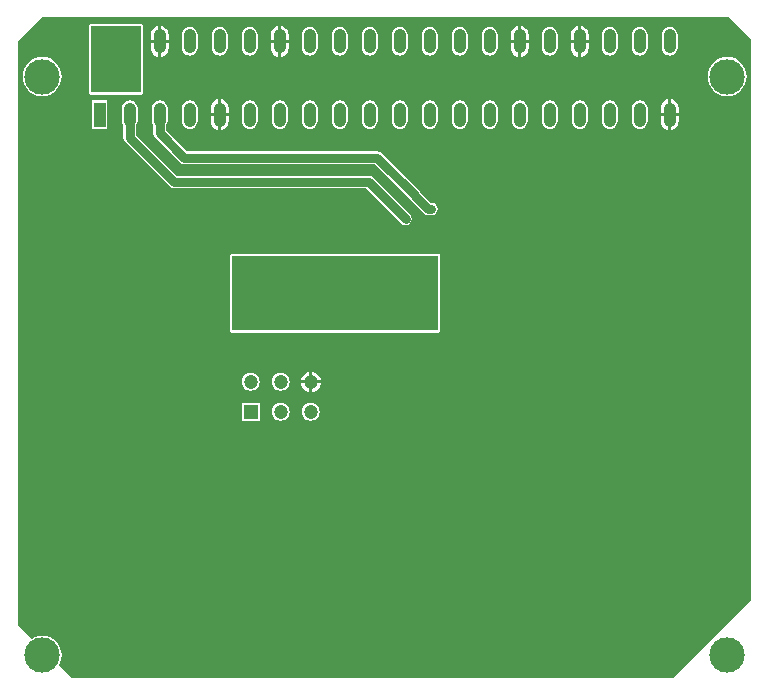
<source format=gbl>
G04*
G04 #@! TF.GenerationSoftware,Altium Limited,Altium Designer,18.0.12 (696)*
G04*
G04 Layer_Physical_Order=2*
G04 Layer_Color=16711680*
%FSAX25Y25*%
%MOIN*%
G70*
G01*
G75*
%ADD44O,0.04016X0.08268*%
%ADD45R,0.04016X0.08268*%
%ADD47C,0.02953*%
%ADD52R,0.16500X0.22400*%
%ADD53C,0.04724*%
%ADD54R,0.04724X0.04724*%
%ADD55C,0.11811*%
%ADD56C,0.02756*%
%ADD57R,0.68800X0.25008*%
G36*
X0263800Y0222274D02*
Y0035000D01*
X0237800Y0009000D01*
X0037500D01*
X0033193Y0013307D01*
X0033680Y0014216D01*
X0034051Y0015442D01*
X0034177Y0016717D01*
X0034051Y0017993D01*
X0033680Y0019219D01*
X0033075Y0020349D01*
X0032263Y0021340D01*
X0031272Y0022153D01*
X0030142Y0022757D01*
X0028916Y0023129D01*
X0027640Y0023254D01*
X0026365Y0023129D01*
X0025139Y0022757D01*
X0024229Y0022271D01*
X0019700Y0026800D01*
Y0221600D01*
X0027700Y0229600D01*
X0256474D01*
X0263800Y0222274D01*
D02*
G37*
%LPC*%
G36*
X0107313Y0226437D02*
Y0221843D01*
X0109847D01*
Y0223469D01*
X0109744Y0224254D01*
X0109441Y0224986D01*
X0108959Y0225615D01*
X0108330Y0226097D01*
X0107599Y0226400D01*
X0107313Y0226437D01*
D02*
G37*
G36*
X0067313D02*
Y0221843D01*
X0069847D01*
Y0223469D01*
X0069744Y0224254D01*
X0069441Y0224986D01*
X0068959Y0225615D01*
X0068330Y0226097D01*
X0067599Y0226400D01*
X0067313Y0226437D01*
D02*
G37*
G36*
X0106313D02*
X0106028Y0226400D01*
X0105297Y0226097D01*
X0104668Y0225615D01*
X0104186Y0224986D01*
X0103883Y0224254D01*
X0103780Y0223469D01*
Y0221843D01*
X0106313D01*
Y0226437D01*
D02*
G37*
G36*
X0066313D02*
X0066028Y0226400D01*
X0065297Y0226097D01*
X0064668Y0225615D01*
X0064186Y0224986D01*
X0063883Y0224254D01*
X0063780Y0223469D01*
Y0221843D01*
X0066313D01*
Y0226437D01*
D02*
G37*
G36*
X0207313Y0226437D02*
Y0221843D01*
X0209847D01*
Y0223469D01*
X0209744Y0224254D01*
X0209441Y0224986D01*
X0208959Y0225615D01*
X0208330Y0226097D01*
X0207599Y0226400D01*
X0207313Y0226437D01*
D02*
G37*
G36*
X0187313D02*
Y0221843D01*
X0189847D01*
Y0223469D01*
X0189744Y0224254D01*
X0189441Y0224986D01*
X0188959Y0225615D01*
X0188330Y0226097D01*
X0187599Y0226400D01*
X0187313Y0226437D01*
D02*
G37*
G36*
X0186313Y0226437D02*
X0186028Y0226400D01*
X0185296Y0226097D01*
X0184668Y0225615D01*
X0184186Y0224986D01*
X0183883Y0224254D01*
X0183780Y0223469D01*
Y0221843D01*
X0186313D01*
Y0226437D01*
D02*
G37*
G36*
X0206313D02*
X0206028Y0226400D01*
X0205296Y0226097D01*
X0204668Y0225615D01*
X0204186Y0224986D01*
X0203883Y0224254D01*
X0203780Y0223469D01*
Y0221843D01*
X0206313D01*
Y0226437D01*
D02*
G37*
G36*
X0236813Y0226100D02*
X0236133Y0226010D01*
X0235498Y0225747D01*
X0234953Y0225329D01*
X0234535Y0224784D01*
X0234273Y0224150D01*
X0234183Y0223469D01*
Y0219217D01*
X0234273Y0218536D01*
X0234535Y0217902D01*
X0234953Y0217357D01*
X0235498Y0216939D01*
X0236133Y0216677D01*
X0236813Y0216587D01*
X0237494Y0216677D01*
X0238129Y0216939D01*
X0238673Y0217357D01*
X0239091Y0217902D01*
X0239354Y0218536D01*
X0239444Y0219217D01*
Y0223469D01*
X0239354Y0224150D01*
X0239091Y0224784D01*
X0238673Y0225329D01*
X0238129Y0225747D01*
X0237494Y0226010D01*
X0236813Y0226100D01*
D02*
G37*
G36*
X0226813D02*
X0226133Y0226010D01*
X0225498Y0225747D01*
X0224953Y0225329D01*
X0224535Y0224784D01*
X0224273Y0224150D01*
X0224183Y0223469D01*
Y0219217D01*
X0224273Y0218536D01*
X0224535Y0217902D01*
X0224953Y0217357D01*
X0225498Y0216939D01*
X0226133Y0216677D01*
X0226813Y0216587D01*
X0227494Y0216677D01*
X0228129Y0216939D01*
X0228673Y0217357D01*
X0229091Y0217902D01*
X0229354Y0218536D01*
X0229444Y0219217D01*
Y0223469D01*
X0229354Y0224150D01*
X0229091Y0224784D01*
X0228673Y0225329D01*
X0228129Y0225747D01*
X0227494Y0226010D01*
X0226813Y0226100D01*
D02*
G37*
G36*
X0216813D02*
X0216133Y0226010D01*
X0215498Y0225747D01*
X0214953Y0225329D01*
X0214535Y0224784D01*
X0214273Y0224150D01*
X0214183Y0223469D01*
Y0219217D01*
X0214273Y0218536D01*
X0214535Y0217902D01*
X0214953Y0217357D01*
X0215498Y0216939D01*
X0216133Y0216677D01*
X0216813Y0216587D01*
X0217494Y0216677D01*
X0218129Y0216939D01*
X0218673Y0217357D01*
X0219091Y0217902D01*
X0219354Y0218536D01*
X0219444Y0219217D01*
Y0223469D01*
X0219354Y0224150D01*
X0219091Y0224784D01*
X0218673Y0225329D01*
X0218129Y0225747D01*
X0217494Y0226010D01*
X0216813Y0226100D01*
D02*
G37*
G36*
X0196813D02*
X0196133Y0226010D01*
X0195498Y0225747D01*
X0194953Y0225329D01*
X0194535Y0224784D01*
X0194273Y0224150D01*
X0194183Y0223469D01*
Y0219217D01*
X0194273Y0218536D01*
X0194535Y0217902D01*
X0194953Y0217357D01*
X0195498Y0216939D01*
X0196133Y0216677D01*
X0196813Y0216587D01*
X0197494Y0216677D01*
X0198129Y0216939D01*
X0198673Y0217357D01*
X0199091Y0217902D01*
X0199354Y0218536D01*
X0199444Y0219217D01*
Y0223469D01*
X0199354Y0224150D01*
X0199091Y0224784D01*
X0198673Y0225329D01*
X0198129Y0225747D01*
X0197494Y0226010D01*
X0196813Y0226100D01*
D02*
G37*
G36*
X0176813D02*
X0176133Y0226010D01*
X0175498Y0225747D01*
X0174953Y0225329D01*
X0174535Y0224784D01*
X0174273Y0224150D01*
X0174183Y0223469D01*
Y0219217D01*
X0174273Y0218536D01*
X0174535Y0217902D01*
X0174953Y0217357D01*
X0175498Y0216939D01*
X0176133Y0216677D01*
X0176813Y0216587D01*
X0177494Y0216677D01*
X0178129Y0216939D01*
X0178673Y0217357D01*
X0179091Y0217902D01*
X0179354Y0218536D01*
X0179444Y0219217D01*
Y0223469D01*
X0179354Y0224150D01*
X0179091Y0224784D01*
X0178673Y0225329D01*
X0178129Y0225747D01*
X0177494Y0226010D01*
X0176813Y0226100D01*
D02*
G37*
G36*
X0166813D02*
X0166133Y0226010D01*
X0165498Y0225747D01*
X0164953Y0225329D01*
X0164535Y0224784D01*
X0164273Y0224150D01*
X0164183Y0223469D01*
Y0219217D01*
X0164273Y0218536D01*
X0164535Y0217902D01*
X0164953Y0217357D01*
X0165498Y0216939D01*
X0166133Y0216677D01*
X0166813Y0216587D01*
X0167494Y0216677D01*
X0168129Y0216939D01*
X0168673Y0217357D01*
X0169091Y0217902D01*
X0169354Y0218536D01*
X0169444Y0219217D01*
Y0223469D01*
X0169354Y0224150D01*
X0169091Y0224784D01*
X0168673Y0225329D01*
X0168129Y0225747D01*
X0167494Y0226010D01*
X0166813Y0226100D01*
D02*
G37*
G36*
X0156813D02*
X0156133Y0226010D01*
X0155498Y0225747D01*
X0154953Y0225329D01*
X0154535Y0224784D01*
X0154273Y0224150D01*
X0154183Y0223469D01*
Y0219217D01*
X0154273Y0218536D01*
X0154535Y0217902D01*
X0154953Y0217357D01*
X0155498Y0216939D01*
X0156133Y0216677D01*
X0156813Y0216587D01*
X0157494Y0216677D01*
X0158129Y0216939D01*
X0158673Y0217357D01*
X0159091Y0217902D01*
X0159354Y0218536D01*
X0159444Y0219217D01*
Y0223469D01*
X0159354Y0224150D01*
X0159091Y0224784D01*
X0158673Y0225329D01*
X0158129Y0225747D01*
X0157494Y0226010D01*
X0156813Y0226100D01*
D02*
G37*
G36*
X0146813D02*
X0146133Y0226010D01*
X0145498Y0225747D01*
X0144953Y0225329D01*
X0144535Y0224784D01*
X0144273Y0224150D01*
X0144183Y0223469D01*
Y0219217D01*
X0144273Y0218536D01*
X0144535Y0217902D01*
X0144953Y0217357D01*
X0145498Y0216939D01*
X0146133Y0216677D01*
X0146813Y0216587D01*
X0147494Y0216677D01*
X0148129Y0216939D01*
X0148673Y0217357D01*
X0149091Y0217902D01*
X0149354Y0218536D01*
X0149444Y0219217D01*
Y0223469D01*
X0149354Y0224150D01*
X0149091Y0224784D01*
X0148673Y0225329D01*
X0148129Y0225747D01*
X0147494Y0226010D01*
X0146813Y0226100D01*
D02*
G37*
G36*
X0136813D02*
X0136133Y0226010D01*
X0135498Y0225747D01*
X0134953Y0225329D01*
X0134535Y0224784D01*
X0134273Y0224150D01*
X0134183Y0223469D01*
Y0219217D01*
X0134273Y0218536D01*
X0134535Y0217902D01*
X0134953Y0217357D01*
X0135498Y0216939D01*
X0136133Y0216677D01*
X0136813Y0216587D01*
X0137494Y0216677D01*
X0138129Y0216939D01*
X0138673Y0217357D01*
X0139091Y0217902D01*
X0139354Y0218536D01*
X0139444Y0219217D01*
Y0223469D01*
X0139354Y0224150D01*
X0139091Y0224784D01*
X0138673Y0225329D01*
X0138129Y0225747D01*
X0137494Y0226010D01*
X0136813Y0226100D01*
D02*
G37*
G36*
X0126813D02*
X0126133Y0226010D01*
X0125498Y0225747D01*
X0124953Y0225329D01*
X0124535Y0224784D01*
X0124273Y0224150D01*
X0124183Y0223469D01*
Y0219217D01*
X0124273Y0218536D01*
X0124535Y0217902D01*
X0124953Y0217357D01*
X0125498Y0216939D01*
X0126133Y0216677D01*
X0126813Y0216587D01*
X0127494Y0216677D01*
X0128129Y0216939D01*
X0128673Y0217357D01*
X0129091Y0217902D01*
X0129354Y0218536D01*
X0129444Y0219217D01*
Y0223469D01*
X0129354Y0224150D01*
X0129091Y0224784D01*
X0128673Y0225329D01*
X0128129Y0225747D01*
X0127494Y0226010D01*
X0126813Y0226100D01*
D02*
G37*
G36*
X0116813D02*
X0116133Y0226010D01*
X0115498Y0225747D01*
X0114953Y0225329D01*
X0114535Y0224784D01*
X0114273Y0224150D01*
X0114183Y0223469D01*
Y0219217D01*
X0114273Y0218536D01*
X0114535Y0217902D01*
X0114953Y0217357D01*
X0115498Y0216939D01*
X0116133Y0216677D01*
X0116813Y0216587D01*
X0117494Y0216677D01*
X0118129Y0216939D01*
X0118673Y0217357D01*
X0119091Y0217902D01*
X0119354Y0218536D01*
X0119444Y0219217D01*
Y0223469D01*
X0119354Y0224150D01*
X0119091Y0224784D01*
X0118673Y0225329D01*
X0118129Y0225747D01*
X0117494Y0226010D01*
X0116813Y0226100D01*
D02*
G37*
G36*
X0096813D02*
X0096133Y0226010D01*
X0095498Y0225747D01*
X0094953Y0225329D01*
X0094535Y0224784D01*
X0094273Y0224150D01*
X0094183Y0223469D01*
Y0219217D01*
X0094273Y0218536D01*
X0094535Y0217902D01*
X0094953Y0217357D01*
X0095498Y0216939D01*
X0096133Y0216677D01*
X0096813Y0216587D01*
X0097494Y0216677D01*
X0098129Y0216939D01*
X0098673Y0217357D01*
X0099091Y0217902D01*
X0099354Y0218536D01*
X0099444Y0219217D01*
Y0223469D01*
X0099354Y0224150D01*
X0099091Y0224784D01*
X0098673Y0225329D01*
X0098129Y0225747D01*
X0097494Y0226010D01*
X0096813Y0226100D01*
D02*
G37*
G36*
X0086813D02*
X0086133Y0226010D01*
X0085498Y0225747D01*
X0084953Y0225329D01*
X0084535Y0224784D01*
X0084273Y0224150D01*
X0084183Y0223469D01*
Y0219217D01*
X0084273Y0218536D01*
X0084535Y0217902D01*
X0084953Y0217357D01*
X0085498Y0216939D01*
X0086133Y0216677D01*
X0086813Y0216587D01*
X0087494Y0216677D01*
X0088129Y0216939D01*
X0088673Y0217357D01*
X0089091Y0217902D01*
X0089354Y0218536D01*
X0089444Y0219217D01*
Y0223469D01*
X0089354Y0224150D01*
X0089091Y0224784D01*
X0088673Y0225329D01*
X0088129Y0225747D01*
X0087494Y0226010D01*
X0086813Y0226100D01*
D02*
G37*
G36*
X0076813D02*
X0076133Y0226010D01*
X0075498Y0225747D01*
X0074953Y0225329D01*
X0074535Y0224784D01*
X0074273Y0224150D01*
X0074183Y0223469D01*
Y0219217D01*
X0074273Y0218536D01*
X0074535Y0217902D01*
X0074953Y0217357D01*
X0075498Y0216939D01*
X0076133Y0216677D01*
X0076813Y0216587D01*
X0077494Y0216677D01*
X0078129Y0216939D01*
X0078673Y0217357D01*
X0079091Y0217902D01*
X0079354Y0218536D01*
X0079444Y0219217D01*
Y0223469D01*
X0079354Y0224150D01*
X0079091Y0224784D01*
X0078673Y0225329D01*
X0078129Y0225747D01*
X0077494Y0226010D01*
X0076813Y0226100D01*
D02*
G37*
G36*
X0209847Y0220843D02*
X0207313D01*
Y0216249D01*
X0207599Y0216287D01*
X0208330Y0216590D01*
X0208959Y0217072D01*
X0209441Y0217700D01*
X0209744Y0218432D01*
X0209847Y0219217D01*
Y0220843D01*
D02*
G37*
G36*
X0189847D02*
X0187313D01*
Y0216249D01*
X0187599Y0216287D01*
X0188330Y0216590D01*
X0188959Y0217072D01*
X0189441Y0217700D01*
X0189744Y0218432D01*
X0189847Y0219217D01*
Y0220843D01*
D02*
G37*
G36*
X0109847Y0220843D02*
X0107313D01*
Y0216249D01*
X0107599Y0216287D01*
X0108330Y0216590D01*
X0108959Y0217072D01*
X0109441Y0217700D01*
X0109744Y0218432D01*
X0109847Y0219217D01*
Y0220843D01*
D02*
G37*
G36*
X0069847D02*
X0067313D01*
Y0216249D01*
X0067599Y0216287D01*
X0068330Y0216590D01*
X0068959Y0217072D01*
X0069441Y0217700D01*
X0069744Y0218432D01*
X0069847Y0219217D01*
Y0220843D01*
D02*
G37*
G36*
X0066313D02*
X0063780D01*
Y0219217D01*
X0063883Y0218432D01*
X0064186Y0217700D01*
X0064668Y0217072D01*
X0065297Y0216590D01*
X0066028Y0216287D01*
X0066313Y0216249D01*
Y0220843D01*
D02*
G37*
G36*
X0106313D02*
X0103780D01*
Y0219217D01*
X0103883Y0218432D01*
X0104186Y0217700D01*
X0104668Y0217072D01*
X0105297Y0216590D01*
X0106028Y0216287D01*
X0106313Y0216249D01*
Y0220843D01*
D02*
G37*
G36*
X0186313Y0220843D02*
X0183780D01*
Y0219217D01*
X0183883Y0218432D01*
X0184186Y0217700D01*
X0184668Y0217072D01*
X0185296Y0216590D01*
X0186028Y0216287D01*
X0186313Y0216249D01*
Y0220843D01*
D02*
G37*
G36*
X0206313D02*
X0203780D01*
Y0219217D01*
X0203883Y0218432D01*
X0204186Y0217700D01*
X0204668Y0217072D01*
X0205296Y0216590D01*
X0206028Y0216287D01*
X0206313Y0216249D01*
Y0220843D01*
D02*
G37*
G36*
X0060500Y0227249D02*
X0044000D01*
X0043541Y0227059D01*
X0043351Y0226600D01*
Y0204200D01*
X0043541Y0203741D01*
X0044000Y0203551D01*
X0060500D01*
X0060959Y0203741D01*
X0061149Y0204200D01*
Y0226600D01*
X0060959Y0227059D01*
X0060500Y0227249D01*
D02*
G37*
G36*
X0255987Y0216168D02*
X0254711Y0216042D01*
X0253485Y0215670D01*
X0252355Y0215066D01*
X0251364Y0214253D01*
X0250551Y0213263D01*
X0249947Y0212132D01*
X0249575Y0210906D01*
X0249450Y0209631D01*
X0249575Y0208355D01*
X0249947Y0207129D01*
X0250551Y0205999D01*
X0251364Y0205008D01*
X0252355Y0204195D01*
X0253485Y0203591D01*
X0254711Y0203219D01*
X0255987Y0203094D01*
X0257262Y0203219D01*
X0258488Y0203591D01*
X0259618Y0204195D01*
X0260609Y0205008D01*
X0261422Y0205999D01*
X0262026Y0207129D01*
X0262398Y0208355D01*
X0262524Y0209631D01*
X0262398Y0210906D01*
X0262026Y0212132D01*
X0261422Y0213263D01*
X0260609Y0214253D01*
X0259618Y0215066D01*
X0258488Y0215670D01*
X0257262Y0216042D01*
X0255987Y0216168D01*
D02*
G37*
G36*
X0027640D02*
X0026365Y0216042D01*
X0025139Y0215670D01*
X0024008Y0215066D01*
X0023018Y0214253D01*
X0022205Y0213263D01*
X0021601Y0212132D01*
X0021229Y0210906D01*
X0021103Y0209631D01*
X0021229Y0208355D01*
X0021601Y0207129D01*
X0022205Y0205999D01*
X0023018Y0205008D01*
X0024008Y0204195D01*
X0025139Y0203591D01*
X0026365Y0203219D01*
X0027640Y0203094D01*
X0028916Y0203219D01*
X0030142Y0203591D01*
X0031272Y0204195D01*
X0032263Y0205008D01*
X0033075Y0205999D01*
X0033680Y0207129D01*
X0034051Y0208355D01*
X0034177Y0209631D01*
X0034051Y0210906D01*
X0033680Y0212132D01*
X0033075Y0213263D01*
X0032263Y0214253D01*
X0031272Y0215066D01*
X0030142Y0215670D01*
X0028916Y0216042D01*
X0027640Y0216168D01*
D02*
G37*
G36*
X0087313Y0202028D02*
Y0197434D01*
X0089847D01*
Y0199060D01*
X0089744Y0199845D01*
X0089441Y0200577D01*
X0088959Y0201205D01*
X0088330Y0201687D01*
X0087599Y0201990D01*
X0087313Y0202028D01*
D02*
G37*
G36*
X0086313D02*
X0086028Y0201990D01*
X0085296Y0201687D01*
X0084668Y0201205D01*
X0084186Y0200577D01*
X0083883Y0199845D01*
X0083780Y0199060D01*
Y0197434D01*
X0086313D01*
Y0202028D01*
D02*
G37*
G36*
X0237313D02*
Y0197434D01*
X0239847D01*
Y0199060D01*
X0239744Y0199845D01*
X0239441Y0200577D01*
X0238959Y0201205D01*
X0238330Y0201687D01*
X0237599Y0201990D01*
X0237313Y0202028D01*
D02*
G37*
G36*
X0236313D02*
X0236028Y0201990D01*
X0235297Y0201687D01*
X0234668Y0201205D01*
X0234186Y0200577D01*
X0233883Y0199845D01*
X0233780Y0199060D01*
Y0197434D01*
X0236313D01*
Y0202028D01*
D02*
G37*
G36*
X0049421Y0201668D02*
X0044205D01*
Y0192200D01*
X0049421D01*
Y0201668D01*
D02*
G37*
G36*
X0226813Y0201690D02*
X0226133Y0201601D01*
X0225498Y0201338D01*
X0224953Y0200920D01*
X0224535Y0200375D01*
X0224273Y0199741D01*
X0224183Y0199060D01*
Y0194808D01*
X0224273Y0194127D01*
X0224535Y0193493D01*
X0224953Y0192948D01*
X0225498Y0192530D01*
X0226133Y0192267D01*
X0226813Y0192177D01*
X0227494Y0192267D01*
X0228129Y0192530D01*
X0228673Y0192948D01*
X0229091Y0193493D01*
X0229354Y0194127D01*
X0229444Y0194808D01*
Y0199060D01*
X0229354Y0199741D01*
X0229091Y0200375D01*
X0228673Y0200920D01*
X0228129Y0201338D01*
X0227494Y0201601D01*
X0226813Y0201690D01*
D02*
G37*
G36*
X0216813D02*
X0216133Y0201601D01*
X0215498Y0201338D01*
X0214953Y0200920D01*
X0214535Y0200375D01*
X0214273Y0199741D01*
X0214183Y0199060D01*
Y0194808D01*
X0214273Y0194127D01*
X0214535Y0193493D01*
X0214953Y0192948D01*
X0215498Y0192530D01*
X0216133Y0192267D01*
X0216813Y0192177D01*
X0217494Y0192267D01*
X0218129Y0192530D01*
X0218673Y0192948D01*
X0219091Y0193493D01*
X0219354Y0194127D01*
X0219444Y0194808D01*
Y0199060D01*
X0219354Y0199741D01*
X0219091Y0200375D01*
X0218673Y0200920D01*
X0218129Y0201338D01*
X0217494Y0201601D01*
X0216813Y0201690D01*
D02*
G37*
G36*
X0206813D02*
X0206133Y0201601D01*
X0205498Y0201338D01*
X0204953Y0200920D01*
X0204535Y0200375D01*
X0204273Y0199741D01*
X0204183Y0199060D01*
Y0194808D01*
X0204273Y0194127D01*
X0204535Y0193493D01*
X0204953Y0192948D01*
X0205498Y0192530D01*
X0206133Y0192267D01*
X0206813Y0192177D01*
X0207494Y0192267D01*
X0208129Y0192530D01*
X0208673Y0192948D01*
X0209091Y0193493D01*
X0209354Y0194127D01*
X0209444Y0194808D01*
Y0199060D01*
X0209354Y0199741D01*
X0209091Y0200375D01*
X0208673Y0200920D01*
X0208129Y0201338D01*
X0207494Y0201601D01*
X0206813Y0201690D01*
D02*
G37*
G36*
X0196813D02*
X0196133Y0201601D01*
X0195498Y0201338D01*
X0194953Y0200920D01*
X0194535Y0200375D01*
X0194273Y0199741D01*
X0194183Y0199060D01*
Y0194808D01*
X0194273Y0194127D01*
X0194535Y0193493D01*
X0194953Y0192948D01*
X0195498Y0192530D01*
X0196133Y0192267D01*
X0196813Y0192177D01*
X0197494Y0192267D01*
X0198129Y0192530D01*
X0198673Y0192948D01*
X0199091Y0193493D01*
X0199354Y0194127D01*
X0199444Y0194808D01*
Y0199060D01*
X0199354Y0199741D01*
X0199091Y0200375D01*
X0198673Y0200920D01*
X0198129Y0201338D01*
X0197494Y0201601D01*
X0196813Y0201690D01*
D02*
G37*
G36*
X0186813D02*
X0186133Y0201601D01*
X0185498Y0201338D01*
X0184953Y0200920D01*
X0184535Y0200375D01*
X0184273Y0199741D01*
X0184183Y0199060D01*
Y0194808D01*
X0184273Y0194127D01*
X0184535Y0193493D01*
X0184953Y0192948D01*
X0185498Y0192530D01*
X0186133Y0192267D01*
X0186813Y0192177D01*
X0187494Y0192267D01*
X0188129Y0192530D01*
X0188673Y0192948D01*
X0189091Y0193493D01*
X0189354Y0194127D01*
X0189444Y0194808D01*
Y0199060D01*
X0189354Y0199741D01*
X0189091Y0200375D01*
X0188673Y0200920D01*
X0188129Y0201338D01*
X0187494Y0201601D01*
X0186813Y0201690D01*
D02*
G37*
G36*
X0176813D02*
X0176133Y0201601D01*
X0175498Y0201338D01*
X0174953Y0200920D01*
X0174535Y0200375D01*
X0174273Y0199741D01*
X0174183Y0199060D01*
Y0194808D01*
X0174273Y0194127D01*
X0174535Y0193493D01*
X0174953Y0192948D01*
X0175498Y0192530D01*
X0176133Y0192267D01*
X0176813Y0192177D01*
X0177494Y0192267D01*
X0178129Y0192530D01*
X0178673Y0192948D01*
X0179091Y0193493D01*
X0179354Y0194127D01*
X0179444Y0194808D01*
Y0199060D01*
X0179354Y0199741D01*
X0179091Y0200375D01*
X0178673Y0200920D01*
X0178129Y0201338D01*
X0177494Y0201601D01*
X0176813Y0201690D01*
D02*
G37*
G36*
X0166813D02*
X0166133Y0201601D01*
X0165498Y0201338D01*
X0164953Y0200920D01*
X0164535Y0200375D01*
X0164273Y0199741D01*
X0164183Y0199060D01*
Y0194808D01*
X0164273Y0194127D01*
X0164535Y0193493D01*
X0164953Y0192948D01*
X0165498Y0192530D01*
X0166133Y0192267D01*
X0166813Y0192177D01*
X0167494Y0192267D01*
X0168129Y0192530D01*
X0168673Y0192948D01*
X0169091Y0193493D01*
X0169354Y0194127D01*
X0169444Y0194808D01*
Y0199060D01*
X0169354Y0199741D01*
X0169091Y0200375D01*
X0168673Y0200920D01*
X0168129Y0201338D01*
X0167494Y0201601D01*
X0166813Y0201690D01*
D02*
G37*
G36*
X0156813D02*
X0156133Y0201601D01*
X0155498Y0201338D01*
X0154953Y0200920D01*
X0154535Y0200375D01*
X0154273Y0199741D01*
X0154183Y0199060D01*
Y0194808D01*
X0154273Y0194127D01*
X0154535Y0193493D01*
X0154953Y0192948D01*
X0155498Y0192530D01*
X0156133Y0192267D01*
X0156813Y0192177D01*
X0157494Y0192267D01*
X0158129Y0192530D01*
X0158673Y0192948D01*
X0159091Y0193493D01*
X0159354Y0194127D01*
X0159444Y0194808D01*
Y0199060D01*
X0159354Y0199741D01*
X0159091Y0200375D01*
X0158673Y0200920D01*
X0158129Y0201338D01*
X0157494Y0201601D01*
X0156813Y0201690D01*
D02*
G37*
G36*
X0146813D02*
X0146133Y0201601D01*
X0145498Y0201338D01*
X0144953Y0200920D01*
X0144535Y0200375D01*
X0144273Y0199741D01*
X0144183Y0199060D01*
Y0194808D01*
X0144273Y0194127D01*
X0144535Y0193493D01*
X0144953Y0192948D01*
X0145498Y0192530D01*
X0146133Y0192267D01*
X0146813Y0192177D01*
X0147494Y0192267D01*
X0148129Y0192530D01*
X0148673Y0192948D01*
X0149091Y0193493D01*
X0149354Y0194127D01*
X0149444Y0194808D01*
Y0199060D01*
X0149354Y0199741D01*
X0149091Y0200375D01*
X0148673Y0200920D01*
X0148129Y0201338D01*
X0147494Y0201601D01*
X0146813Y0201690D01*
D02*
G37*
G36*
X0136813D02*
X0136133Y0201601D01*
X0135498Y0201338D01*
X0134953Y0200920D01*
X0134535Y0200375D01*
X0134273Y0199741D01*
X0134183Y0199060D01*
Y0194808D01*
X0134273Y0194127D01*
X0134535Y0193493D01*
X0134953Y0192948D01*
X0135498Y0192530D01*
X0136133Y0192267D01*
X0136813Y0192177D01*
X0137494Y0192267D01*
X0138129Y0192530D01*
X0138673Y0192948D01*
X0139091Y0193493D01*
X0139354Y0194127D01*
X0139444Y0194808D01*
Y0199060D01*
X0139354Y0199741D01*
X0139091Y0200375D01*
X0138673Y0200920D01*
X0138129Y0201338D01*
X0137494Y0201601D01*
X0136813Y0201690D01*
D02*
G37*
G36*
X0126813D02*
X0126133Y0201601D01*
X0125498Y0201338D01*
X0124953Y0200920D01*
X0124535Y0200375D01*
X0124273Y0199741D01*
X0124183Y0199060D01*
Y0194808D01*
X0124273Y0194127D01*
X0124535Y0193493D01*
X0124953Y0192948D01*
X0125498Y0192530D01*
X0126133Y0192267D01*
X0126813Y0192177D01*
X0127494Y0192267D01*
X0128129Y0192530D01*
X0128673Y0192948D01*
X0129091Y0193493D01*
X0129354Y0194127D01*
X0129444Y0194808D01*
Y0199060D01*
X0129354Y0199741D01*
X0129091Y0200375D01*
X0128673Y0200920D01*
X0128129Y0201338D01*
X0127494Y0201601D01*
X0126813Y0201690D01*
D02*
G37*
G36*
X0116813D02*
X0116133Y0201601D01*
X0115498Y0201338D01*
X0114953Y0200920D01*
X0114535Y0200375D01*
X0114273Y0199741D01*
X0114183Y0199060D01*
Y0194808D01*
X0114273Y0194127D01*
X0114535Y0193493D01*
X0114953Y0192948D01*
X0115498Y0192530D01*
X0116133Y0192267D01*
X0116813Y0192177D01*
X0117494Y0192267D01*
X0118129Y0192530D01*
X0118673Y0192948D01*
X0119091Y0193493D01*
X0119354Y0194127D01*
X0119444Y0194808D01*
Y0199060D01*
X0119354Y0199741D01*
X0119091Y0200375D01*
X0118673Y0200920D01*
X0118129Y0201338D01*
X0117494Y0201601D01*
X0116813Y0201690D01*
D02*
G37*
G36*
X0106813D02*
X0106133Y0201601D01*
X0105498Y0201338D01*
X0104953Y0200920D01*
X0104535Y0200375D01*
X0104273Y0199741D01*
X0104183Y0199060D01*
Y0194808D01*
X0104273Y0194127D01*
X0104535Y0193493D01*
X0104953Y0192948D01*
X0105498Y0192530D01*
X0106133Y0192267D01*
X0106813Y0192177D01*
X0107494Y0192267D01*
X0108129Y0192530D01*
X0108673Y0192948D01*
X0109091Y0193493D01*
X0109354Y0194127D01*
X0109444Y0194808D01*
Y0199060D01*
X0109354Y0199741D01*
X0109091Y0200375D01*
X0108673Y0200920D01*
X0108129Y0201338D01*
X0107494Y0201601D01*
X0106813Y0201690D01*
D02*
G37*
G36*
X0096813D02*
X0096133Y0201601D01*
X0095498Y0201338D01*
X0094953Y0200920D01*
X0094535Y0200375D01*
X0094273Y0199741D01*
X0094183Y0199060D01*
Y0194808D01*
X0094273Y0194127D01*
X0094535Y0193493D01*
X0094953Y0192948D01*
X0095498Y0192530D01*
X0096133Y0192267D01*
X0096813Y0192177D01*
X0097494Y0192267D01*
X0098129Y0192530D01*
X0098673Y0192948D01*
X0099091Y0193493D01*
X0099354Y0194127D01*
X0099444Y0194808D01*
Y0199060D01*
X0099354Y0199741D01*
X0099091Y0200375D01*
X0098673Y0200920D01*
X0098129Y0201338D01*
X0097494Y0201601D01*
X0096813Y0201690D01*
D02*
G37*
G36*
X0076813D02*
X0076133Y0201601D01*
X0075498Y0201338D01*
X0074953Y0200920D01*
X0074535Y0200375D01*
X0074273Y0199741D01*
X0074183Y0199060D01*
Y0194808D01*
X0074273Y0194127D01*
X0074535Y0193493D01*
X0074953Y0192948D01*
X0075498Y0192530D01*
X0076133Y0192267D01*
X0076813Y0192177D01*
X0077494Y0192267D01*
X0078129Y0192530D01*
X0078673Y0192948D01*
X0079091Y0193493D01*
X0079354Y0194127D01*
X0079444Y0194808D01*
Y0199060D01*
X0079354Y0199741D01*
X0079091Y0200375D01*
X0078673Y0200920D01*
X0078129Y0201338D01*
X0077494Y0201601D01*
X0076813Y0201690D01*
D02*
G37*
G36*
X0239847Y0196434D02*
X0237313D01*
Y0191840D01*
X0237599Y0191877D01*
X0238330Y0192181D01*
X0238959Y0192663D01*
X0239441Y0193291D01*
X0239744Y0194023D01*
X0239847Y0194808D01*
Y0196434D01*
D02*
G37*
G36*
X0089847Y0196434D02*
X0087313D01*
Y0191840D01*
X0087599Y0191877D01*
X0088330Y0192181D01*
X0088959Y0192663D01*
X0089441Y0193291D01*
X0089744Y0194023D01*
X0089847Y0194808D01*
Y0196434D01*
D02*
G37*
G36*
X0086313D02*
X0083780D01*
Y0194808D01*
X0083883Y0194023D01*
X0084186Y0193291D01*
X0084668Y0192663D01*
X0085296Y0192181D01*
X0086028Y0191877D01*
X0086313Y0191840D01*
Y0196434D01*
D02*
G37*
G36*
X0236313Y0196434D02*
X0233780D01*
Y0194808D01*
X0233883Y0194023D01*
X0234186Y0193291D01*
X0234668Y0192663D01*
X0235297Y0192181D01*
X0236028Y0191877D01*
X0236313Y0191840D01*
Y0196434D01*
D02*
G37*
G36*
X0066813Y0201690D02*
X0066133Y0201601D01*
X0065498Y0201338D01*
X0064953Y0200920D01*
X0064535Y0200375D01*
X0064273Y0199741D01*
X0064183Y0199060D01*
Y0194808D01*
X0064273Y0194127D01*
X0064535Y0193493D01*
X0064696Y0193283D01*
Y0190787D01*
X0064858Y0189976D01*
X0065316Y0189290D01*
X0073503Y0181103D01*
X0073503Y0181103D01*
X0074190Y0180644D01*
X0075000Y0180483D01*
X0138523D01*
X0150302Y0168704D01*
X0150503Y0168403D01*
X0154903Y0164003D01*
X0155590Y0163544D01*
X0156400Y0163383D01*
X0157400D01*
X0158210Y0163544D01*
X0158897Y0164003D01*
X0159356Y0164690D01*
X0159517Y0165500D01*
X0159356Y0166310D01*
X0158897Y0166997D01*
X0158210Y0167456D01*
X0157400Y0167617D01*
X0157277D01*
X0153698Y0171196D01*
X0153497Y0171497D01*
X0140897Y0184097D01*
X0140210Y0184556D01*
X0139400Y0184717D01*
X0075877D01*
X0068930Y0191664D01*
Y0193283D01*
X0069091Y0193493D01*
X0069354Y0194127D01*
X0069444Y0194808D01*
Y0199060D01*
X0069354Y0199741D01*
X0069091Y0200375D01*
X0068673Y0200920D01*
X0068129Y0201338D01*
X0067494Y0201601D01*
X0066813Y0201690D01*
D02*
G37*
G36*
X0056813D02*
X0056133Y0201601D01*
X0055498Y0201338D01*
X0054953Y0200920D01*
X0054535Y0200375D01*
X0054273Y0199741D01*
X0054183Y0199060D01*
Y0194808D01*
X0054273Y0194127D01*
X0054535Y0193493D01*
X0054696Y0193283D01*
Y0189287D01*
X0054857Y0188476D01*
X0055316Y0187790D01*
X0070103Y0173003D01*
X0070103Y0173003D01*
X0070790Y0172544D01*
X0071600Y0172383D01*
X0135622D01*
X0147303Y0160701D01*
X0147990Y0160242D01*
X0148800Y0160081D01*
X0149610Y0160242D01*
X0150297Y0160701D01*
X0150756Y0161388D01*
X0150917Y0162198D01*
X0150756Y0163009D01*
X0150297Y0163695D01*
X0137995Y0175997D01*
X0137309Y0176456D01*
X0136498Y0176617D01*
X0072477D01*
X0058930Y0190164D01*
Y0193283D01*
X0059091Y0193493D01*
X0059354Y0194127D01*
X0059444Y0194808D01*
Y0199060D01*
X0059354Y0199741D01*
X0059091Y0200375D01*
X0058673Y0200920D01*
X0058129Y0201338D01*
X0057494Y0201601D01*
X0056813Y0201690D01*
D02*
G37*
G36*
X0159700Y0150557D02*
X0090900D01*
X0090441Y0150367D01*
X0090251Y0149908D01*
Y0124900D01*
X0090441Y0124441D01*
X0090900Y0124251D01*
X0159700D01*
X0160159Y0124441D01*
X0160349Y0124900D01*
Y0149908D01*
X0160159Y0150367D01*
X0159700Y0150557D01*
D02*
G37*
G36*
X0117700Y0111225D02*
Y0108400D01*
X0120525D01*
X0120476Y0108778D01*
X0120137Y0109596D01*
X0119598Y0110298D01*
X0118896Y0110837D01*
X0118078Y0111176D01*
X0117700Y0111225D01*
D02*
G37*
G36*
X0116700D02*
X0116322Y0111176D01*
X0115504Y0110837D01*
X0114802Y0110298D01*
X0114263Y0109596D01*
X0113924Y0108778D01*
X0113875Y0108400D01*
X0116700D01*
Y0111225D01*
D02*
G37*
G36*
X0107200Y0110888D02*
X0106427Y0110786D01*
X0105706Y0110487D01*
X0105087Y0110013D01*
X0104613Y0109394D01*
X0104314Y0108673D01*
X0104212Y0107900D01*
X0104314Y0107127D01*
X0104613Y0106406D01*
X0105087Y0105787D01*
X0105706Y0105313D01*
X0106427Y0105014D01*
X0107200Y0104912D01*
X0107973Y0105014D01*
X0108694Y0105313D01*
X0109313Y0105787D01*
X0109787Y0106406D01*
X0110086Y0107127D01*
X0110188Y0107900D01*
X0110086Y0108673D01*
X0109787Y0109394D01*
X0109313Y0110013D01*
X0108694Y0110487D01*
X0107973Y0110786D01*
X0107200Y0110888D01*
D02*
G37*
G36*
X0097200D02*
X0096427Y0110786D01*
X0095706Y0110487D01*
X0095087Y0110013D01*
X0094612Y0109394D01*
X0094314Y0108673D01*
X0094212Y0107900D01*
X0094314Y0107127D01*
X0094612Y0106406D01*
X0095087Y0105787D01*
X0095706Y0105313D01*
X0096427Y0105014D01*
X0097200Y0104912D01*
X0097973Y0105014D01*
X0098694Y0105313D01*
X0099313Y0105787D01*
X0099787Y0106406D01*
X0100086Y0107127D01*
X0100188Y0107900D01*
X0100086Y0108673D01*
X0099787Y0109394D01*
X0099313Y0110013D01*
X0098694Y0110487D01*
X0097973Y0110786D01*
X0097200Y0110888D01*
D02*
G37*
G36*
X0120525Y0107400D02*
X0117700D01*
Y0104575D01*
X0118078Y0104624D01*
X0118896Y0104963D01*
X0119598Y0105502D01*
X0120137Y0106204D01*
X0120476Y0107022D01*
X0120525Y0107400D01*
D02*
G37*
G36*
X0116700D02*
X0113875D01*
X0113924Y0107022D01*
X0114263Y0106204D01*
X0114802Y0105502D01*
X0115504Y0104963D01*
X0116322Y0104624D01*
X0116700Y0104575D01*
Y0107400D01*
D02*
G37*
G36*
X0100162Y0100862D02*
X0094238D01*
Y0094938D01*
X0100162D01*
Y0100862D01*
D02*
G37*
G36*
X0117200Y0100888D02*
X0116427Y0100786D01*
X0115706Y0100487D01*
X0115087Y0100013D01*
X0114612Y0099394D01*
X0114314Y0098673D01*
X0114212Y0097900D01*
X0114314Y0097127D01*
X0114612Y0096406D01*
X0115087Y0095787D01*
X0115706Y0095312D01*
X0116427Y0095014D01*
X0117200Y0094912D01*
X0117973Y0095014D01*
X0118694Y0095312D01*
X0119313Y0095787D01*
X0119788Y0096406D01*
X0120086Y0097127D01*
X0120188Y0097900D01*
X0120086Y0098673D01*
X0119788Y0099394D01*
X0119313Y0100013D01*
X0118694Y0100487D01*
X0117973Y0100786D01*
X0117200Y0100888D01*
D02*
G37*
G36*
X0107200D02*
X0106427Y0100786D01*
X0105706Y0100487D01*
X0105087Y0100013D01*
X0104613Y0099394D01*
X0104314Y0098673D01*
X0104212Y0097900D01*
X0104314Y0097127D01*
X0104613Y0096406D01*
X0105087Y0095787D01*
X0105706Y0095312D01*
X0106427Y0095014D01*
X0107200Y0094912D01*
X0107973Y0095014D01*
X0108694Y0095312D01*
X0109313Y0095787D01*
X0109787Y0096406D01*
X0110086Y0097127D01*
X0110188Y0097900D01*
X0110086Y0098673D01*
X0109787Y0099394D01*
X0109313Y0100013D01*
X0108694Y0100487D01*
X0107973Y0100786D01*
X0107200Y0100888D01*
D02*
G37*
%LPD*%
D44*
X0056813Y0196934D02*
D03*
X0066813D02*
D03*
X0076813D02*
D03*
X0086813D02*
D03*
X0096813D02*
D03*
X0106813D02*
D03*
X0116813D02*
D03*
X0126813D02*
D03*
X0136813D02*
D03*
X0146813D02*
D03*
X0156813D02*
D03*
X0166813D02*
D03*
X0176813D02*
D03*
X0186813D02*
D03*
X0196813D02*
D03*
X0206813D02*
D03*
X0216813D02*
D03*
X0226813D02*
D03*
X0236813D02*
D03*
X0046813Y0221343D02*
D03*
X0056813D02*
D03*
X0066813D02*
D03*
X0076813D02*
D03*
X0086813D02*
D03*
X0096813D02*
D03*
X0106813D02*
D03*
X0116813D02*
D03*
X0126813D02*
D03*
X0136813D02*
D03*
X0146813D02*
D03*
X0156813D02*
D03*
X0166813D02*
D03*
X0176813D02*
D03*
X0186813D02*
D03*
X0196813D02*
D03*
X0206813D02*
D03*
X0216813D02*
D03*
X0226813D02*
D03*
X0236813D02*
D03*
D45*
X0046813Y0196934D02*
D03*
D47*
X0136498Y0174500D02*
X0148800Y0162198D01*
X0071600Y0174500D02*
X0136498D01*
X0056813Y0189287D02*
X0071600Y0174500D01*
X0056813Y0189287D02*
Y0196934D01*
X0152000Y0169900D02*
Y0170000D01*
X0139400Y0182600D02*
X0152000Y0170000D01*
X0075000Y0182600D02*
X0139400D01*
X0066813Y0190787D02*
X0075000Y0182600D01*
X0156400Y0165500D02*
X0157400D01*
X0152000Y0169900D02*
X0156400Y0165500D01*
X0066813Y0190787D02*
Y0196934D01*
D52*
X0052250Y0215400D02*
D03*
D53*
X0117200Y0107900D02*
D03*
X0107200D02*
D03*
X0097200D02*
D03*
X0117200Y0097900D02*
D03*
X0107200D02*
D03*
D54*
X0097200D02*
D03*
D55*
X0255987Y0209631D02*
D03*
X0027640Y0016717D02*
D03*
X0255987D02*
D03*
X0027640Y0209631D02*
D03*
D56*
X0142100Y0134600D02*
D03*
X0154600Y0145999D02*
D03*
X0155200Y0137900D02*
D03*
X0149800Y0138100D02*
D03*
X0144500Y0138000D02*
D03*
X0139301Y0137900D02*
D03*
X0142000Y0142100D02*
D03*
X0146853Y0142000D02*
D03*
X0152600Y0142100D02*
D03*
X0149052Y0145800D02*
D03*
X0144600D02*
D03*
X0139400Y0145900D02*
D03*
X0098983Y0130900D02*
D03*
X0095100Y0131300D02*
D03*
X0100900Y0134900D02*
D03*
X0096853Y0134800D02*
D03*
X0102700Y0138600D02*
D03*
X0098800Y0138700D02*
D03*
X0095100D02*
D03*
X0100800Y0142600D02*
D03*
X0096853Y0142752D02*
D03*
X0102600Y0146400D02*
D03*
X0098700D02*
D03*
X0095100Y0146500D02*
D03*
X0148800Y0162198D02*
D03*
X0157400Y0165500D02*
D03*
X0096813Y0219300D02*
D03*
Y0223300D02*
D03*
X0106800Y0219400D02*
D03*
X0106900Y0223300D02*
D03*
X0116700Y0219400D02*
D03*
Y0223200D02*
D03*
X0126813Y0219300D02*
D03*
X0126700Y0223300D02*
D03*
X0136800Y0219079D02*
D03*
Y0223100D02*
D03*
X0146700Y0219400D02*
D03*
X0146800Y0223300D02*
D03*
X0156700Y0219300D02*
D03*
Y0223200D02*
D03*
X0166800Y0219300D02*
D03*
Y0223300D02*
D03*
X0176853Y0219300D02*
D03*
X0176813Y0223300D02*
D03*
X0186813Y0219200D02*
D03*
X0186700Y0223100D02*
D03*
X0196900Y0219200D02*
D03*
X0196813Y0223200D02*
D03*
X0207000Y0219400D02*
D03*
X0206800Y0223500D02*
D03*
X0216900Y0219300D02*
D03*
X0216853Y0223400D02*
D03*
X0226853Y0219500D02*
D03*
Y0223400D02*
D03*
X0236853Y0219400D02*
D03*
X0236800Y0223400D02*
D03*
X0236853Y0194800D02*
D03*
X0237100Y0198700D02*
D03*
X0226813Y0195100D02*
D03*
X0226800Y0198900D02*
D03*
X0217000Y0194800D02*
D03*
Y0198900D02*
D03*
X0206853Y0194800D02*
D03*
X0206800Y0198900D02*
D03*
X0196700Y0194800D02*
D03*
Y0198800D02*
D03*
X0186853Y0194900D02*
D03*
X0187000Y0198600D02*
D03*
X0176800Y0194600D02*
D03*
X0177000Y0198800D02*
D03*
X0166813Y0194900D02*
D03*
X0166700Y0198900D02*
D03*
X0156700Y0195100D02*
D03*
X0156813Y0198900D02*
D03*
X0146813Y0195100D02*
D03*
X0146853Y0199040D02*
D03*
X0136700Y0195100D02*
D03*
X0136813Y0198900D02*
D03*
X0126800Y0195100D02*
D03*
Y0199040D02*
D03*
X0116700Y0195300D02*
D03*
X0116813Y0199200D02*
D03*
X0106800Y0195100D02*
D03*
X0106853Y0199000D02*
D03*
X0096813Y0195300D02*
D03*
X0096853Y0198700D02*
D03*
X0046700Y0195000D02*
D03*
X0046800Y0199060D02*
D03*
X0086813Y0195200D02*
D03*
Y0198700D02*
D03*
X0066714Y0219400D02*
D03*
X0066853Y0223000D02*
D03*
X0086900Y0220000D02*
D03*
Y0223500D02*
D03*
X0076800Y0195500D02*
D03*
X0076853Y0199200D02*
D03*
X0076900Y0219600D02*
D03*
X0077100Y0223300D02*
D03*
X0058100Y0206900D02*
D03*
X0054400D02*
D03*
X0050500Y0207000D02*
D03*
X0046400Y0206900D02*
D03*
X0048200Y0211600D02*
D03*
X0052300Y0211639D02*
D03*
X0056200Y0211600D02*
D03*
X0058100Y0215200D02*
D03*
X0054400D02*
D03*
X0050500Y0215400D02*
D03*
X0046300Y0215500D02*
D03*
X0048200Y0219300D02*
D03*
X0051900Y0219400D02*
D03*
X0056200Y0219200D02*
D03*
X0058300Y0222900D02*
D03*
X0054000D02*
D03*
X0050300D02*
D03*
X0046400D02*
D03*
D57*
X0125300Y0137404D02*
D03*
M02*

</source>
